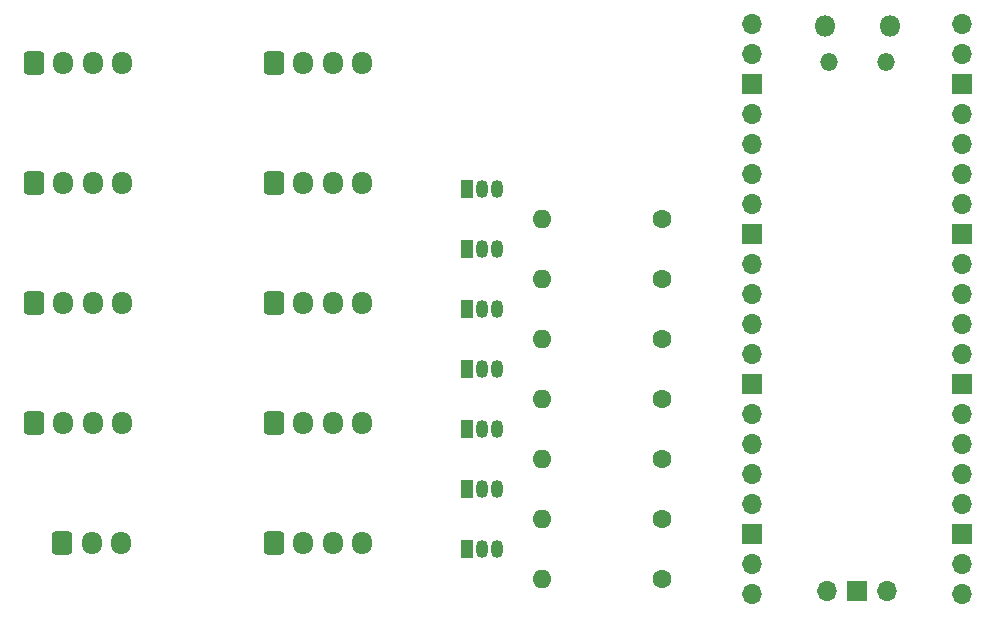
<source format=gbr>
%TF.GenerationSoftware,KiCad,Pcbnew,7.0.9*%
%TF.CreationDate,2024-01-23T18:46:06-08:00*%
%TF.ProjectId,sdvx,73647678-2e6b-4696-9361-645f70636258,rev?*%
%TF.SameCoordinates,Original*%
%TF.FileFunction,Soldermask,Bot*%
%TF.FilePolarity,Negative*%
%FSLAX46Y46*%
G04 Gerber Fmt 4.6, Leading zero omitted, Abs format (unit mm)*
G04 Created by KiCad (PCBNEW 7.0.9) date 2024-01-23 18:46:06*
%MOMM*%
%LPD*%
G01*
G04 APERTURE LIST*
G04 Aperture macros list*
%AMRoundRect*
0 Rectangle with rounded corners*
0 $1 Rounding radius*
0 $2 $3 $4 $5 $6 $7 $8 $9 X,Y pos of 4 corners*
0 Add a 4 corners polygon primitive as box body*
4,1,4,$2,$3,$4,$5,$6,$7,$8,$9,$2,$3,0*
0 Add four circle primitives for the rounded corners*
1,1,$1+$1,$2,$3*
1,1,$1+$1,$4,$5*
1,1,$1+$1,$6,$7*
1,1,$1+$1,$8,$9*
0 Add four rect primitives between the rounded corners*
20,1,$1+$1,$2,$3,$4,$5,0*
20,1,$1+$1,$4,$5,$6,$7,0*
20,1,$1+$1,$6,$7,$8,$9,0*
20,1,$1+$1,$8,$9,$2,$3,0*%
G04 Aperture macros list end*
%ADD10R,1.050000X1.500000*%
%ADD11O,1.050000X1.500000*%
%ADD12O,1.700000X1.950000*%
%ADD13RoundRect,0.250000X-0.600000X-0.725000X0.600000X-0.725000X0.600000X0.725000X-0.600000X0.725000X0*%
%ADD14C,1.600000*%
%ADD15O,1.600000X1.600000*%
%ADD16O,1.800000X1.800000*%
%ADD17O,1.500000X1.500000*%
%ADD18O,1.700000X1.700000*%
%ADD19R,1.700000X1.700000*%
G04 APERTURE END LIST*
D10*
%TO.C,Q7*%
X54610000Y-59436000D03*
D11*
X55880000Y-59436000D03*
X57150000Y-59436000D03*
%TD*%
D12*
%TO.C,BT-D1*%
X45720000Y-38591000D03*
X43220000Y-38591000D03*
X40720000Y-38591000D03*
D13*
X38220000Y-38591000D03*
%TD*%
D12*
%TO.C,START1*%
X45720000Y-58911000D03*
X43220000Y-58911000D03*
X40720000Y-58911000D03*
D13*
X38220000Y-58911000D03*
%TD*%
D12*
%TO.C,BT-B1*%
X45720000Y-28431000D03*
X43220000Y-28431000D03*
X40720000Y-28431000D03*
D13*
X38220000Y-28431000D03*
%TD*%
D10*
%TO.C,Q5*%
X54610000Y-49276000D03*
D11*
X55880000Y-49276000D03*
X57150000Y-49276000D03*
%TD*%
D10*
%TO.C,Q6*%
X54610000Y-54356000D03*
D11*
X55880000Y-54356000D03*
X57150000Y-54356000D03*
%TD*%
D10*
%TO.C,Q3*%
X54610000Y-39116000D03*
D11*
X55880000Y-39116000D03*
X57150000Y-39116000D03*
%TD*%
D12*
%TO.C,VOL-R1*%
X45720000Y-18271000D03*
X43220000Y-18271000D03*
X40720000Y-18271000D03*
D13*
X38220000Y-18271000D03*
%TD*%
D14*
%TO.C,R4*%
X71120000Y-46736000D03*
D15*
X60960000Y-46736000D03*
%TD*%
D10*
%TO.C,Q1*%
X54610000Y-28956000D03*
D11*
X55880000Y-28956000D03*
X57150000Y-28956000D03*
%TD*%
D14*
%TO.C,R5*%
X71120000Y-51816000D03*
D15*
X60960000Y-51816000D03*
%TD*%
D12*
%TO.C,FX-L1*%
X25400000Y-48751000D03*
X22900000Y-48751000D03*
X20400000Y-48751000D03*
D13*
X17900000Y-48751000D03*
%TD*%
D12*
%TO.C,BT-A1*%
X25400000Y-28431000D03*
X22900000Y-28431000D03*
X20400000Y-28431000D03*
D13*
X17900000Y-28431000D03*
%TD*%
D14*
%TO.C,R2*%
X71120000Y-36576000D03*
D15*
X60960000Y-36576000D03*
%TD*%
D14*
%TO.C,R6*%
X71120000Y-56896000D03*
D15*
X60960000Y-56896000D03*
%TD*%
D14*
%TO.C,R3*%
X71120000Y-41656000D03*
D15*
X60960000Y-41656000D03*
%TD*%
D14*
%TO.C,R1*%
X71120000Y-31496000D03*
D15*
X60960000Y-31496000D03*
%TD*%
D12*
%TO.C,RGB1*%
X25320000Y-58911000D03*
X22820000Y-58911000D03*
D13*
X20320000Y-58911000D03*
%TD*%
D12*
%TO.C,FX-R1*%
X45720000Y-48751000D03*
X43220000Y-48751000D03*
X40720000Y-48751000D03*
D13*
X38220000Y-48751000D03*
%TD*%
D10*
%TO.C,Q4*%
X54610000Y-44196000D03*
D11*
X55880000Y-44196000D03*
X57150000Y-44196000D03*
%TD*%
D12*
%TO.C,BT-C1*%
X25400000Y-38591000D03*
X22900000Y-38591000D03*
X20400000Y-38591000D03*
D13*
X17900000Y-38591000D03*
%TD*%
D10*
%TO.C,Q2*%
X54610000Y-34036000D03*
D11*
X55880000Y-34036000D03*
X57150000Y-34036000D03*
%TD*%
D12*
%TO.C,VOL-L1*%
X25400000Y-18271000D03*
X22900000Y-18271000D03*
X20400000Y-18271000D03*
D13*
X17900000Y-18271000D03*
%TD*%
D14*
%TO.C,R7*%
X71120000Y-61976000D03*
D15*
X60960000Y-61976000D03*
%TD*%
D16*
%TO.C,U1*%
X84905000Y-15116000D03*
D17*
X85205000Y-18146000D03*
X90055000Y-18146000D03*
D16*
X90355000Y-15116000D03*
D18*
X78740000Y-14986000D03*
X78740000Y-17526000D03*
D19*
X78740000Y-20066000D03*
D18*
X78740000Y-22606000D03*
X78740000Y-25146000D03*
X78740000Y-27686000D03*
X78740000Y-30226000D03*
D19*
X78740000Y-32766000D03*
D18*
X78740000Y-35306000D03*
X78740000Y-37846000D03*
X78740000Y-40386000D03*
X78740000Y-42926000D03*
D19*
X78740000Y-45466000D03*
D18*
X78740000Y-48006000D03*
X78740000Y-50546000D03*
X78740000Y-53086000D03*
X78740000Y-55626000D03*
D19*
X78740000Y-58166000D03*
D18*
X78740000Y-60706000D03*
X78740000Y-63246000D03*
X96520000Y-63246000D03*
X96520000Y-60706000D03*
D19*
X96520000Y-58166000D03*
D18*
X96520000Y-55626000D03*
X96520000Y-53086000D03*
X96520000Y-50546000D03*
X96520000Y-48006000D03*
D19*
X96520000Y-45466000D03*
D18*
X96520000Y-42926000D03*
X96520000Y-40386000D03*
X96520000Y-37846000D03*
X96520000Y-35306000D03*
D19*
X96520000Y-32766000D03*
D18*
X96520000Y-30226000D03*
X96520000Y-27686000D03*
X96520000Y-25146000D03*
X96520000Y-22606000D03*
D19*
X96520000Y-20066000D03*
D18*
X96520000Y-17526000D03*
X96520000Y-14986000D03*
X85090000Y-63016000D03*
D19*
X87630000Y-63016000D03*
D18*
X90170000Y-63016000D03*
%TD*%
M02*

</source>
